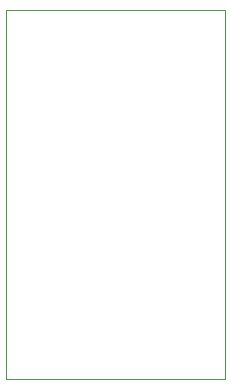
<source format=gbr>
%TF.GenerationSoftware,KiCad,Pcbnew,8.0.3*%
%TF.CreationDate,2024-06-20T11:34:12+01:00*%
%TF.ProjectId,FM16W08-3458A-AdaptorV1.0,464d3136-5730-4382-9d33-343538412d41,rev?*%
%TF.SameCoordinates,Original*%
%TF.FileFunction,Profile,NP*%
%FSLAX46Y46*%
G04 Gerber Fmt 4.6, Leading zero omitted, Abs format (unit mm)*
G04 Created by KiCad (PCBNEW 8.0.3) date 2024-06-20 11:34:12*
%MOMM*%
%LPD*%
G01*
G04 APERTURE LIST*
%TA.AperFunction,Profile*%
%ADD10C,0.100000*%
%TD*%
G04 APERTURE END LIST*
D10*
X139065000Y-111887000D02*
X139065000Y-80645000D01*
X157607000Y-111887000D02*
X139065000Y-111887000D01*
X157607000Y-80645000D02*
X157607000Y-111887000D01*
X139065000Y-80645000D02*
X157607000Y-80645000D01*
M02*

</source>
